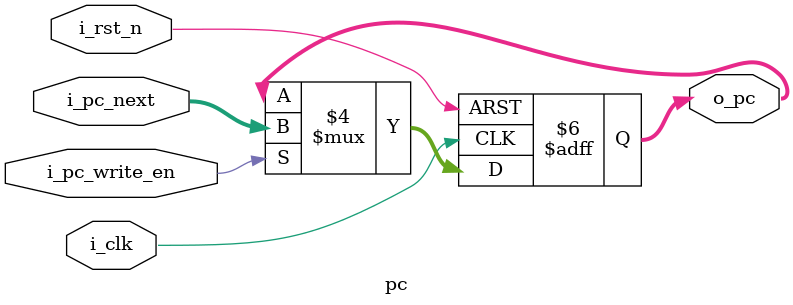
<source format=v>
`timescale 1ns/100ps

module pc (
    input  wire        i_clk,
    input  wire        i_rst_n,       // active low async reset
    input  wire        i_pc_write_en, // enable to update PC
    input  wire [31:0] i_pc_next,
    output reg  [31:0] o_pc
);
    always @(posedge i_clk or negedge i_rst_n) begin
        if (!i_rst_n)
            o_pc <= 32'd0;
        else if (i_pc_write_en)
            o_pc <= i_pc_next;
        else
            o_pc <= o_pc; // hold
    end
endmodule
</source>
